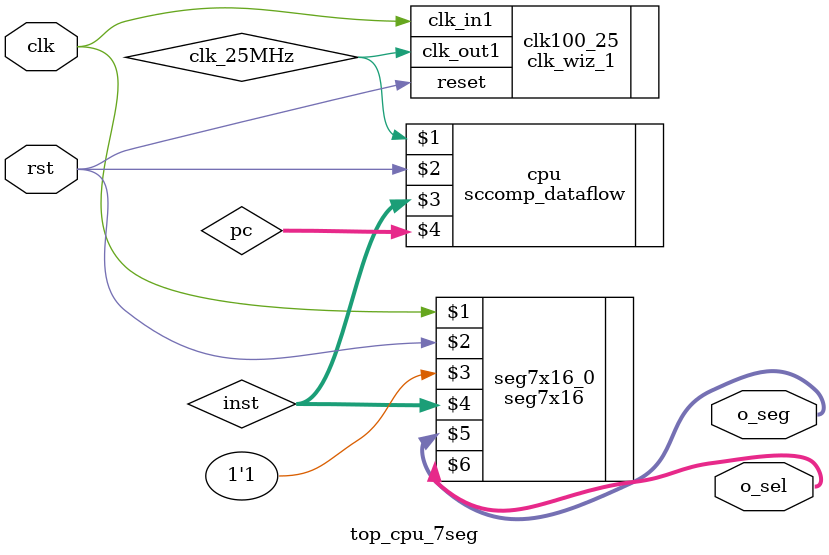
<source format=v>
`timescale 1ns / 1ps


module top_cpu_7seg(
    input clk,
    input rst,
    output [7:0] o_seg,
    output [7:0] o_sel
    );

wire [31:0] inst;
wire [31:0] pc;
wire clk_25MHz;

reg [31:0] cnt;

always@(posedge clk)
begin
    if(rst)begin
        cnt <= 32'b0;
    end else begin
        if(cnt == 32'h8000_0000)begin
            cnt <= 32'b0;
        end
        cnt <= cnt+1;
    end
end

seg7x16 seg7x16_0(
clk,
rst,
1'b1,
inst,
o_seg,
o_sel
    );
clk_wiz_1 clk100_25(.clk_in1(clk),.reset(rst),.clk_out1(clk_25MHz));
sccomp_dataflow cpu(
    clk_25MHz,
    rst,
    inst,
    pc
);
    
endmodule

</source>
